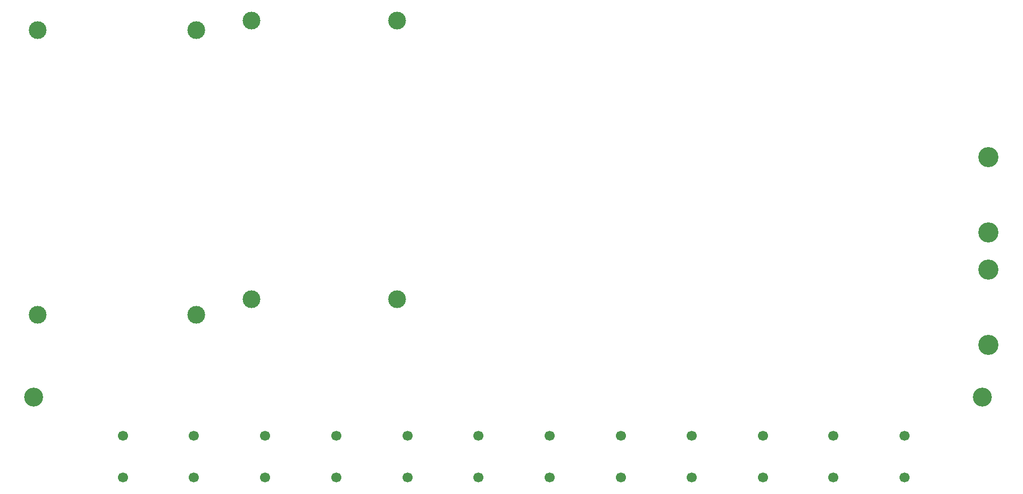
<source format=gbr>
%TF.GenerationSoftware,KiCad,Pcbnew,8.0.4*%
%TF.CreationDate,2024-10-15T19:25:32-05:00*%
%TF.ProjectId,touchboard,746f7563-6862-46f6-9172-642e6b696361,rev?*%
%TF.SameCoordinates,Original*%
%TF.FileFunction,NonPlated,1,2,NPTH,Drill*%
%TF.FilePolarity,Positive*%
%FSLAX46Y46*%
G04 Gerber Fmt 4.6, Leading zero omitted, Abs format (unit mm)*
G04 Created by KiCad (PCBNEW 8.0.4) date 2024-10-15 19:25:32*
%MOMM*%
%LPD*%
G01*
G04 APERTURE LIST*
%TA.AperFunction,ComponentDrill*%
%ADD10C,1.700000*%
%TD*%
%TA.AperFunction,ComponentDrill*%
%ADD11C,3.000000*%
%TD*%
%TA.AperFunction,ComponentDrill*%
%ADD12C,3.200000*%
%TD*%
%TA.AperFunction,ComponentDrill*%
%ADD13C,3.400000*%
%TD*%
G04 APERTURE END LIST*
D10*
%TO.C,E1*%
X61000000Y-115500000D03*
X61000000Y-122500000D03*
%TO.C,E2*%
X73000000Y-115500000D03*
X73000000Y-122500000D03*
%TO.C,E3*%
X85000000Y-115500000D03*
X85000000Y-122500000D03*
%TO.C,E4*%
X97000000Y-115500000D03*
X97000000Y-122500000D03*
%TO.C,E5*%
X109000000Y-115500000D03*
X109000000Y-122500000D03*
%TO.C,E6*%
X121000000Y-115500000D03*
X121000000Y-122500000D03*
%TO.C,E7*%
X133000000Y-115500000D03*
X133000000Y-122500000D03*
%TO.C,E8*%
X145000000Y-115500000D03*
X145000000Y-122500000D03*
%TO.C,E9*%
X157000000Y-115500000D03*
X157000000Y-122500000D03*
%TO.C,E10*%
X169000000Y-115500000D03*
X169000000Y-122500000D03*
%TO.C,E11*%
X180880000Y-115500000D03*
X180880000Y-122500000D03*
%TO.C,E12*%
X192880000Y-115500000D03*
X192880000Y-122500000D03*
D11*
%TO.C,U6*%
X46600000Y-47130000D03*
X46600000Y-95130000D03*
X73400000Y-47130000D03*
X73400000Y-95130000D03*
%TO.C,U3*%
X82720000Y-45525000D03*
X82720000Y-92475000D03*
X107230000Y-45525000D03*
X107230000Y-92475000D03*
D12*
%TO.C,H1*%
X46000000Y-109000000D03*
%TO.C,H2*%
X206000000Y-109000000D03*
D13*
%TO.C,U4*%
X206969000Y-68530000D03*
X206969000Y-81230000D03*
%TO.C,U5*%
X207016000Y-87530000D03*
X207016000Y-100230000D03*
M02*

</source>
